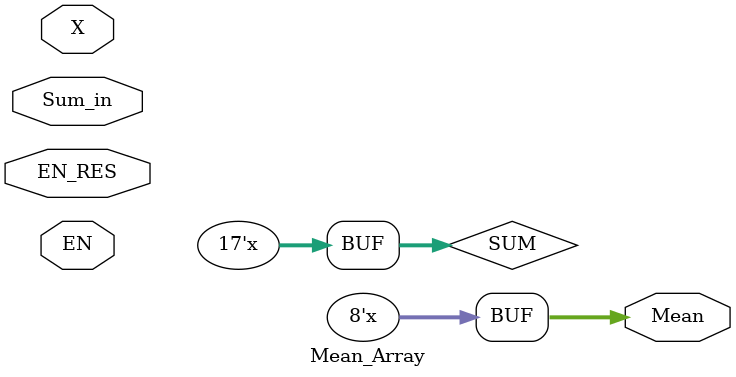
<source format=v>
module Mean_Array(
	input wire EN,
	input wire EN_RES,
	input wire [9:0]X,
	input wire [7:0]Sum_in,
	
	output reg [7:0]Mean);
	
reg [16:0]SUM;
	
always @(X, Sum_in)
	begin
		if (EN == 1)
		begin
			SUM = SUM + Sum_in;
			if ((EN == 1)&&(EN_RES == 1))
			Mean = SUM / X;
		end
	end
	
endmodule
</source>
